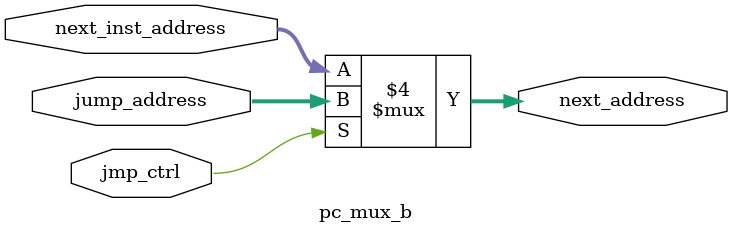
<source format=v>


`timescale 1ns/10ps

module pc_mux_b (
    jmp_ctrl,
    next_inst_address,
    jump_address,
    next_address
);


input jmp_ctrl;
input [31:0] next_inst_address;
input [31:0] jump_address;
output [31:0] next_address;
reg [31:0] next_address;






always @(jump_address, next_inst_address, jmp_ctrl) begin: PC_MUX_B_LOGIC
    if ((jmp_ctrl == 1)) begin
        next_address = jump_address;
    end
    else begin
        next_address = next_inst_address;
    end
end

endmodule

</source>
